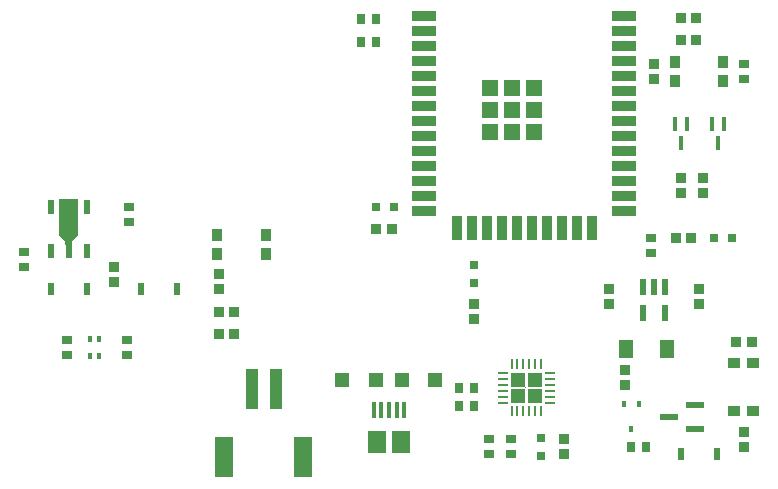
<source format=gtp>
G04*
G04 #@! TF.GenerationSoftware,Altium Limited,Altium Designer,23.3.1 (30)*
G04*
G04 Layer_Color=8355584*
%FSLAX44Y44*%
%MOMM*%
G71*
G04*
G04 #@! TF.SameCoordinates,049E622D-B5B7-477E-837E-60E0A1272B7F*
G04*
G04*
G04 #@! TF.FilePolarity,Positive*
G04*
G01*
G75*
%ADD17R,0.4572X1.3970*%
%ADD18R,1.5494X1.9558*%
%ADD19R,0.4064X1.2192*%
%ADD20R,2.0066X0.8890*%
%ADD21R,0.8890X2.0066*%
%ADD22R,1.3208X1.3208*%
%ADD23R,1.4986X3.4036*%
%ADD24R,0.9906X3.5052*%
%ADD25R,0.6096X1.0414*%
%ADD26R,0.4000X0.5000*%
%ADD27R,0.8500X0.9500*%
%ADD28R,0.9000X1.0000*%
%ADD29R,0.9500X0.8500*%
%ADD30R,0.9000X0.8000*%
%ADD31R,0.5334X1.1430*%
%ADD32R,0.6096X1.1430*%
%ADD33R,0.8000X0.9000*%
%ADD34R,0.8000X0.8000*%
%ADD35R,0.4064X0.5080*%
%ADD36R,1.5240X0.5588*%
%ADD37R,1.0000X0.9000*%
%ADD38R,1.2500X1.6500*%
%ADD39R,0.8000X0.8000*%
%ADD40R,0.5588X1.3208*%
%ADD41R,1.2000X1.2000*%
%ADD42R,1.2000X1.2000*%
%ADD43R,0.0254X0.0254*%
%ADD44R,0.2540X0.8128*%
%ADD45R,0.8128X0.2540*%
G36*
X90551Y216789D02*
X85598Y212344D01*
Y209296D01*
X79502D01*
Y212344D01*
X74549Y216789D01*
Y248158D01*
X90551D01*
Y216789D01*
D02*
G37*
G36*
X482870Y88956D02*
X470900D01*
Y100926D01*
X482870D01*
Y88956D01*
D02*
G37*
G36*
X468900D02*
X456930D01*
Y100926D01*
X468900D01*
Y88956D01*
D02*
G37*
G36*
X482870Y74986D02*
X470900D01*
Y86956D01*
X482870D01*
Y74986D01*
D02*
G37*
G36*
X468900D02*
X456930D01*
Y86956D01*
X468900D01*
Y74986D01*
D02*
G37*
D17*
X340680Y68906D02*
D03*
X347180D02*
D03*
X353680D02*
D03*
X360180D02*
D03*
X366680D02*
D03*
D18*
X343680Y41906D02*
D03*
X363680D02*
D03*
D19*
X637460Y311531D02*
D03*
X627460D02*
D03*
X632460Y295529D02*
D03*
X600710D02*
D03*
X595710Y311531D02*
D03*
X605710D02*
D03*
D20*
X382943Y402590D02*
D03*
Y389890D02*
D03*
Y377190D02*
D03*
Y364490D02*
D03*
Y351790D02*
D03*
Y339090D02*
D03*
Y326390D02*
D03*
Y313690D02*
D03*
Y300990D02*
D03*
Y288290D02*
D03*
Y275590D02*
D03*
Y262890D02*
D03*
Y250190D02*
D03*
Y237490D02*
D03*
X552943Y402590D02*
D03*
Y389890D02*
D03*
Y377190D02*
D03*
Y364490D02*
D03*
Y351790D02*
D03*
Y339090D02*
D03*
Y326390D02*
D03*
Y313690D02*
D03*
Y300990D02*
D03*
Y288290D02*
D03*
Y275590D02*
D03*
Y262890D02*
D03*
Y250190D02*
D03*
Y237490D02*
D03*
D21*
X410793Y223078D02*
D03*
X423493D02*
D03*
X436193D02*
D03*
X448893D02*
D03*
X461593D02*
D03*
X474293D02*
D03*
X486993D02*
D03*
X499693D02*
D03*
X512393D02*
D03*
X525093D02*
D03*
D22*
X439550Y323150D02*
D03*
X457900D02*
D03*
X476250D02*
D03*
X439550Y341500D02*
D03*
X457900D02*
D03*
X476250D02*
D03*
X439550Y304800D02*
D03*
X457900D02*
D03*
X476250D02*
D03*
D23*
X281150Y29203D02*
D03*
X214150D02*
D03*
D24*
X257650Y86703D02*
D03*
X237650D02*
D03*
D25*
X174202Y171450D02*
D03*
X143298D02*
D03*
X67098D02*
D03*
X98002D02*
D03*
X631402Y31750D02*
D03*
X600498D02*
D03*
D26*
X108140Y114920D02*
D03*
X100140D02*
D03*
Y128920D02*
D03*
X108140D02*
D03*
D27*
X209400Y152400D02*
D03*
X222400D02*
D03*
X222400Y133350D02*
D03*
X209400D02*
D03*
X342750Y222250D02*
D03*
X355750D02*
D03*
X660550Y127000D02*
D03*
X647550D02*
D03*
X609270Y214610D02*
D03*
X596270D02*
D03*
X600560Y382270D02*
D03*
X613560D02*
D03*
X600560Y401320D02*
D03*
X613560D02*
D03*
D28*
X208098Y217532D02*
D03*
X249098D02*
D03*
X208098Y201532D02*
D03*
X249098D02*
D03*
X636453Y347618D02*
D03*
X595453D02*
D03*
X636453Y363618D02*
D03*
X595453D02*
D03*
D29*
X209550Y184300D02*
D03*
Y171300D02*
D03*
X120650Y190650D02*
D03*
Y177650D02*
D03*
X501650Y31600D02*
D03*
Y44600D02*
D03*
X553720Y90020D02*
D03*
Y103020D02*
D03*
X654050Y37950D02*
D03*
Y50950D02*
D03*
X600710Y252580D02*
D03*
Y265580D02*
D03*
X619760Y252580D02*
D03*
Y265580D02*
D03*
X425450Y158900D02*
D03*
Y145900D02*
D03*
X539750Y158600D02*
D03*
Y171600D02*
D03*
X615950Y158600D02*
D03*
Y171600D02*
D03*
X577850Y349100D02*
D03*
Y362100D02*
D03*
D30*
X133350Y228700D02*
D03*
Y241200D02*
D03*
X44450Y190600D02*
D03*
Y203100D02*
D03*
X81280Y128170D02*
D03*
Y115670D02*
D03*
X575310Y202030D02*
D03*
Y214530D02*
D03*
X457200Y31850D02*
D03*
Y44350D02*
D03*
X438150Y31850D02*
D03*
Y44350D02*
D03*
X654050Y361850D02*
D03*
Y349350D02*
D03*
X132080Y128170D02*
D03*
Y115670D02*
D03*
D31*
X67550Y240919D02*
D03*
X97550D02*
D03*
Y203581D02*
D03*
X67550D02*
D03*
D32*
X82550D02*
D03*
D33*
X330300Y381000D02*
D03*
X342800D02*
D03*
X330300Y400050D02*
D03*
X342800D02*
D03*
X571400Y38100D02*
D03*
X558900D02*
D03*
X412850Y87956D02*
D03*
X425350D02*
D03*
X412850Y72716D02*
D03*
X425350D02*
D03*
D34*
X482678Y30663D02*
D03*
Y45663D02*
D03*
X425450Y191650D02*
D03*
Y176650D02*
D03*
D35*
X565300Y74041D02*
D03*
X552300D02*
D03*
X558800Y52959D02*
D03*
D36*
X612394Y53500D02*
D03*
Y73500D02*
D03*
X590550Y63500D02*
D03*
D37*
X646068Y68397D02*
D03*
Y109397D02*
D03*
X662068Y68397D02*
D03*
Y109397D02*
D03*
D38*
X588750Y120650D02*
D03*
X554250D02*
D03*
D39*
X643770Y214610D02*
D03*
X628770D02*
D03*
X357540Y241300D02*
D03*
X342540D02*
D03*
D40*
X587350Y151608D02*
D03*
X568350D02*
D03*
Y173512D02*
D03*
X577850D02*
D03*
X587350D02*
D03*
D41*
X392950Y94306D02*
D03*
X313610D02*
D03*
D42*
X364350D02*
D03*
X342210D02*
D03*
D43*
X469900Y87956D02*
D03*
D44*
X457397Y107895D02*
D03*
X462398D02*
D03*
X467399D02*
D03*
X472401D02*
D03*
X477402D02*
D03*
X482403D02*
D03*
Y68017D02*
D03*
X477402D02*
D03*
X472401D02*
D03*
X467399D02*
D03*
X462398D02*
D03*
X457397D02*
D03*
D45*
X489839Y100459D02*
D03*
Y95458D02*
D03*
Y90457D02*
D03*
Y85455D02*
D03*
Y80454D02*
D03*
Y75453D02*
D03*
X449961D02*
D03*
Y80454D02*
D03*
Y85455D02*
D03*
Y90457D02*
D03*
Y95458D02*
D03*
Y100459D02*
D03*
M02*

</source>
